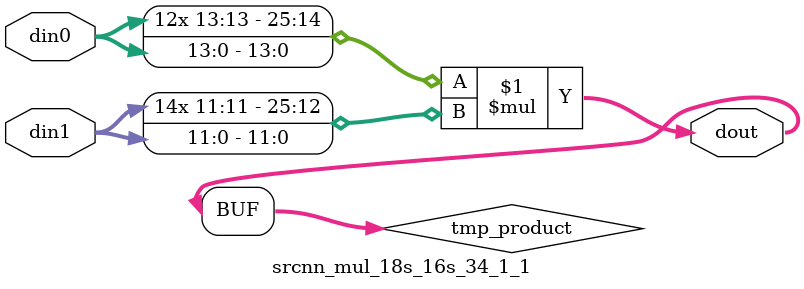
<source format=v>

`timescale 1 ns / 1 ps

  module srcnn_mul_18s_16s_34_1_1(din0, din1, dout);
parameter ID = 1;
parameter NUM_STAGE = 0;
parameter din0_WIDTH = 14;
parameter din1_WIDTH = 12;
parameter dout_WIDTH = 26;

input [din0_WIDTH - 1 : 0] din0; 
input [din1_WIDTH - 1 : 0] din1; 
output [dout_WIDTH - 1 : 0] dout;

wire signed [dout_WIDTH - 1 : 0] tmp_product;













assign tmp_product = $signed(din0) * $signed(din1);








assign dout = tmp_product;







endmodule

</source>
